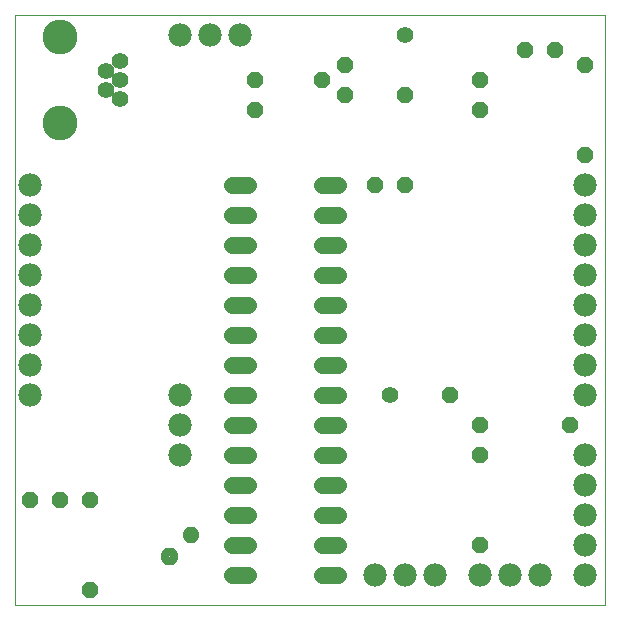
<source format=gts>
G75*
%MOIN*%
%OFA0B0*%
%FSLAX25Y25*%
%IPPOS*%
%LPD*%
%AMOC8*
5,1,8,0,0,1.08239X$1,22.5*
%
%ADD10C,0.00000*%
%ADD11C,0.01120*%
%ADD12OC8,0.05600*%
%ADD13C,0.05600*%
%ADD14C,0.05600*%
%ADD15C,0.05550*%
%ADD16C,0.11620*%
%ADD17C,0.07800*%
D10*
X0021800Y0041800D02*
X0021800Y0238650D01*
X0218650Y0238650D01*
X0218650Y0041800D01*
X0021800Y0041800D01*
D11*
X0074943Y0058632D02*
X0075503Y0059192D01*
X0075503Y0057336D01*
X0074192Y0056025D01*
X0072336Y0056025D01*
X0071025Y0057336D01*
X0071025Y0059192D01*
X0072336Y0060503D01*
X0074192Y0060503D01*
X0075503Y0059192D01*
X0074663Y0058844D01*
X0074663Y0057684D01*
X0073844Y0056865D01*
X0072684Y0056865D01*
X0071865Y0057684D01*
X0071865Y0058844D01*
X0072684Y0059663D01*
X0073844Y0059663D01*
X0074663Y0058844D01*
X0073823Y0058496D01*
X0073823Y0058032D01*
X0073496Y0057705D01*
X0073032Y0057705D01*
X0072705Y0058032D01*
X0072705Y0058496D01*
X0073032Y0058823D01*
X0073496Y0058823D01*
X0073823Y0058496D01*
X0082015Y0065704D02*
X0082575Y0066264D01*
X0082575Y0064408D01*
X0081264Y0063097D01*
X0079408Y0063097D01*
X0078097Y0064408D01*
X0078097Y0066264D01*
X0079408Y0067575D01*
X0081264Y0067575D01*
X0082575Y0066264D01*
X0081735Y0065916D01*
X0081735Y0064756D01*
X0080916Y0063937D01*
X0079756Y0063937D01*
X0078937Y0064756D01*
X0078937Y0065916D01*
X0079756Y0066735D01*
X0080916Y0066735D01*
X0081735Y0065916D01*
X0080895Y0065568D01*
X0080895Y0065104D01*
X0080568Y0064777D01*
X0080104Y0064777D01*
X0079777Y0065104D01*
X0079777Y0065568D01*
X0080104Y0065895D01*
X0080568Y0065895D01*
X0080895Y0065568D01*
D12*
X0046800Y0076800D03*
X0036800Y0076800D03*
X0026800Y0076800D03*
X0046800Y0046800D03*
X0166800Y0111800D03*
X0176800Y0101800D03*
X0176800Y0091800D03*
X0176800Y0061800D03*
X0206800Y0101800D03*
X0151800Y0181800D03*
X0141800Y0181800D03*
X0131800Y0211800D03*
X0124300Y0216800D03*
X0131800Y0221800D03*
X0151800Y0211800D03*
X0176800Y0206800D03*
X0176800Y0216800D03*
X0191800Y0226800D03*
X0201800Y0226800D03*
X0211800Y0221800D03*
X0211800Y0191800D03*
X0101800Y0206800D03*
X0101800Y0216800D03*
D13*
X0151800Y0231800D03*
X0146800Y0111800D03*
D14*
X0129400Y0111800D02*
X0124200Y0111800D01*
X0124200Y0101800D02*
X0129400Y0101800D01*
X0129400Y0091800D02*
X0124200Y0091800D01*
X0124200Y0081800D02*
X0129400Y0081800D01*
X0129400Y0071800D02*
X0124200Y0071800D01*
X0124200Y0061800D02*
X0129400Y0061800D01*
X0129400Y0051800D02*
X0124200Y0051800D01*
X0099400Y0051800D02*
X0094200Y0051800D01*
X0094200Y0061800D02*
X0099400Y0061800D01*
X0099400Y0071800D02*
X0094200Y0071800D01*
X0094200Y0081800D02*
X0099400Y0081800D01*
X0099400Y0091800D02*
X0094200Y0091800D01*
X0094200Y0101800D02*
X0099400Y0101800D01*
X0099400Y0111800D02*
X0094200Y0111800D01*
X0094200Y0121800D02*
X0099400Y0121800D01*
X0099400Y0131800D02*
X0094200Y0131800D01*
X0094200Y0141800D02*
X0099400Y0141800D01*
X0099400Y0151800D02*
X0094200Y0151800D01*
X0094200Y0161800D02*
X0099400Y0161800D01*
X0099400Y0171800D02*
X0094200Y0171800D01*
X0094200Y0181800D02*
X0099400Y0181800D01*
X0124200Y0181800D02*
X0129400Y0181800D01*
X0129400Y0171800D02*
X0124200Y0171800D01*
X0124200Y0161800D02*
X0129400Y0161800D01*
X0129400Y0151800D02*
X0124200Y0151800D01*
X0124200Y0141800D02*
X0129400Y0141800D01*
X0129400Y0131800D02*
X0124200Y0131800D01*
X0124200Y0121800D02*
X0129400Y0121800D01*
D15*
X0056879Y0210501D03*
X0052154Y0213650D03*
X0056879Y0216800D03*
X0052154Y0219950D03*
X0056879Y0223099D03*
D16*
X0036800Y0231170D03*
X0036800Y0202430D03*
D17*
X0026800Y0181800D03*
X0026800Y0171800D03*
X0026800Y0161800D03*
X0026800Y0151800D03*
X0026800Y0141800D03*
X0026800Y0131800D03*
X0026800Y0121800D03*
X0026800Y0111800D03*
X0076800Y0111800D03*
X0076800Y0101800D03*
X0076800Y0091800D03*
X0141800Y0051800D03*
X0151800Y0051800D03*
X0161800Y0051800D03*
X0176800Y0051800D03*
X0186800Y0051800D03*
X0196800Y0051800D03*
X0211800Y0051800D03*
X0211800Y0061800D03*
X0211800Y0071800D03*
X0211800Y0081800D03*
X0211800Y0091800D03*
X0211800Y0111800D03*
X0211800Y0121800D03*
X0211800Y0131800D03*
X0211800Y0141800D03*
X0211800Y0151800D03*
X0211800Y0161800D03*
X0211800Y0171800D03*
X0211800Y0181800D03*
X0096800Y0231800D03*
X0086800Y0231800D03*
X0076800Y0231800D03*
M02*

</source>
